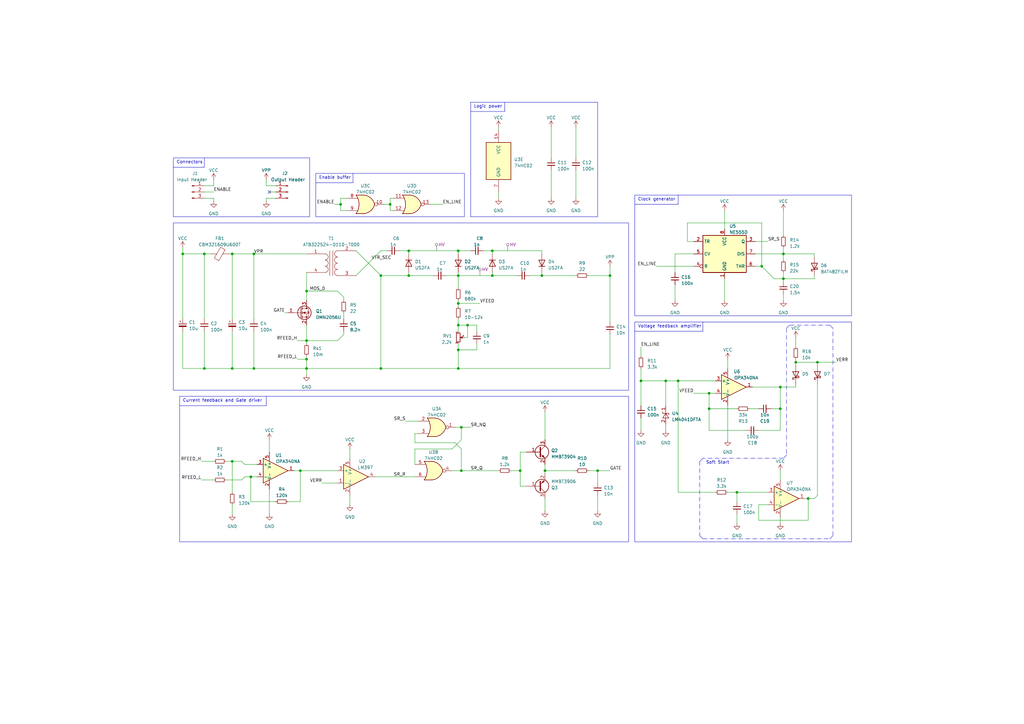
<source format=kicad_sch>
(kicad_sch (version 20230121) (generator eeschema)
  (paper "A3")
  (title_block (title "170V Boost converter and controller") (rev "V1") (company "Alessandro Mauri"))
  (lib_symbols
    (symbol "74xx:74HC02" (pin_names (offset 1.016))
      (property "Reference" "U" (at 0 1.27 0))
      (property "Value" "74HC02" (at 0 -1.27 0))
      (symbol "74HC02_1_1"
        (pin output inverted (at 7.62 0 180) (length 3.81) (name "~") (number "1"))
        (pin input line (at -7.62 2.54 0) (length 4.318) (name "~") (number "2"))
        (pin input line (at -7.62 -2.54 0) (length 4.318) (name "~") (number "3"))
      )
      (symbol "74HC02_1_2"
        (pin output line (at 7.62 0 180) (length 3.81) (name "~") (number "1"))
        (pin input inverted (at -7.62 2.54 0) (length 3.81) (name "~") (number "2"))
        (pin input inverted (at -7.62 -2.54 0) (length 3.81) (name "~") (number "3"))
      )
      (symbol "74HC02_2_1"
        (pin output inverted (at 7.62 0 180) (length 3.81) (name "~") (number "4"))
        (pin input line (at -7.62 2.54 0) (length 4.318) (name "~") (number "5"))
        (pin input line (at -7.62 -2.54 0) (length 4.318) (name "~") (number "6"))
      )
      (symbol "74HC02_2_2"
        (pin output line (at 7.62 0 180) (length 3.81) (name "~") (number "4"))
        (pin input inverted (at -7.62 2.54 0) (length 3.81) (name "~") (number "5"))
        (pin input inverted (at -7.62 -2.54 0) (length 3.81) (name "~") (number "6"))
      )
      (symbol "74HC02_3_1"
        (pin output inverted (at 7.62 0 180) (length 3.81) (name "~") (number "10"))
        (pin input line (at -7.62 2.54 0) (length 4.318) (name "~") (number "8"))
        (pin input line (at -7.62 -2.54 0) (length 4.318) (name "~") (number "9"))
      )
      (symbol "74HC02_3_2"
        (pin output line (at 7.62 0 180) (length 3.81) (name "~") (number "10"))
        (pin input inverted (at -7.62 2.54 0) (length 3.81) (name "~") (number "8"))
        (pin input inverted (at -7.62 -2.54 0) (length 3.81) (name "~") (number "9"))
      )
      (symbol "74HC02_4_1"
        (pin input line (at -7.62 2.54 0) (length 4.318) (name "~") (number "11"))
        (pin input line (at -7.62 -2.54 0) (length 4.318) (name "~") (number "12"))
        (pin output inverted (at 7.62 0 180) (length 3.81) (name "~") (number "13"))
      )
      (symbol "74HC02_4_2"
        (pin input inverted (at -7.62 2.54 0) (length 3.81) (name "~") (number "11"))
        (pin input inverted (at -7.62 -2.54 0) (length 3.81) (name "~") (number "12"))
        (pin output line (at 7.62 0 180) (length 3.81) (name "~") (number "13"))
      )
      (symbol "74HC02_5_0"
        (pin power_in line (at 0 12.7 270) (length 5.08) (name "VCC") (number "14"))
        (pin power_in line (at 0 -12.7 90) (length 5.08) (name "GND") (number "7"))
      )
    )
    (symbol "Amplifier_Operational:OPA340NA" (pin_names (offset 0.127))
      (property "Reference" "U" (at -1.27 6.35 0))
      (property "Value" "OPA340NA" (at -1.27 3.81 0))
      (symbol "OPA340NA_0_1"
        (pin power_in line (at -2.54 -7.62 90) (length 3.81) (name "V-") (number "2"))
        (pin power_in line (at -2.54 7.62 270) (length 3.81) (name "V+") (number "5"))
      )
      (symbol "OPA340NA_1_1"
        (pin output line (at 7.62 0 180) (length 2.54) (name "~") (number "1"))
        (pin input line (at -7.62 2.54 0) (length 2.54) (name "+") (number "3"))
        (pin input line (at -7.62 -2.54 0) (length 2.54) (name "-") (number "4"))
      )
    )
    (symbol "Comparator:LM397" (pin_names (offset 0.127))
      (property "Reference" "U" (at 1.27 5.08 0))
      (property "Value" "LM397" (at 3.81 -5.08 0))
      (symbol "LM397_1_1"
        (pin input line (at -7.62 -2.54 0) (length 2.54) (name "-") (number "1"))
        (pin power_in line (at -2.54 -7.62 90) (length 3.81) (name "V-") (number "2"))
        (pin input line (at -7.62 2.54 0) (length 2.54) (name "+") (number "3"))
        (pin open_collector line (at 7.62 0 180) (length 2.54) (name "~") (number "4"))
        (pin power_in line (at -2.54 7.62 270) (length 3.81) (name "V+") (number "5"))
      )
    )
    (symbol "Connector:Conn_01x03_Pin" (pin_names (offset 1.016) hide)
      (property "Reference" "J" (at 0 5.08 0))
      (property "Value" "Conn_01x03_Pin" (at 0 -5.08 0))
      (symbol "Conn_01x03_Pin_1_1"
        (pin passive line (at 5.08 2.54 180) (length 3.81) (name "Pin_1") (number "1"))
        (pin passive line (at 5.08 0 180) (length 3.81) (name "Pin_2") (number "2"))
        (pin passive line (at 5.08 -2.54 180) (length 3.81) (name "Pin_3") (number "3"))
      )
    )
    (symbol "Device:C_Polarized_Small" (pin_numbers hide) (pin_names (offset 0.254) hide)
      (property "Reference" "C" (at 0.254 1.778 0))
      (property "Value" "C_Polarized_Small" (at 0.254 -2.032 0))
      (symbol "C_Polarized_Small_1_1"
        (pin passive line (at 0 2.54 270) (length 1.8542) (name "~") (number "1"))
        (pin passive line (at 0 -2.54 90) (length 1.8542) (name "~") (number "2"))
      )
    )
    (symbol "Device:C_Small" (pin_numbers hide) (pin_names (offset 0.254) hide)
      (property "Reference" "C" (at 0.254 1.778 0))
      (property "Value" "C_Small" (at 0.254 -2.032 0))
      (symbol "C_Small_1_1"
        (pin passive line (at 0 2.54 270) (length 2.032) (name "~") (number "1"))
        (pin passive line (at 0 -2.54 90) (length 2.032) (name "~") (number "2"))
      )
    )
    (symbol "Device:FerriteBead" (pin_numbers hide) (pin_names (offset 0))
      (property "Reference" "FB" (at -3.81 0.635 90))
      (property "Value" "FerriteBead" (at 3.81 0 90))
      (symbol "FerriteBead_1_1"
        (pin passive line (at 0 3.81 270) (length 2.54) (name "~") (number "1"))
        (pin passive line (at 0 -3.81 90) (length 2.54) (name "~") (number "2"))
      )
    )
    (symbol "Device:R_Potentiometer_Small" (pin_names (offset 1.016) hide)
      (property "Reference" "RV" (at -4.445 0 90))
      (property "Value" "R_Potentiometer_Small" (at -2.54 0 90))
      (symbol "R_Potentiometer_Small_1_1"
        (pin passive line (at 0 2.54 270) (length 0.635) (name "1") (number "1"))
        (pin passive line (at 2.54 0 180) (length 0.9906) (name "2") (number "2"))
        (pin passive line (at 0 -2.54 90) (length 0.635) (name "3") (number "3"))
      )
    )
    (symbol "Device:R_Small" (pin_numbers hide) (pin_names (offset 0.254) hide)
      (property "Reference" "R" (at 0.762 0.508 0))
      (property "Value" "R_Small" (at 0.762 -1.016 0))
      (symbol "R_Small_1_1"
        (pin passive line (at 0 2.54 270) (length 0.762) (name "~") (number "1"))
        (pin passive line (at 0 -2.54 90) (length 0.762) (name "~") (number "2"))
      )
    )
    (symbol "Diode:BAT48ZFILM" (pin_numbers hide) (pin_names (offset 1.016) hide)
      (property "Reference" "D" (at 0 2.54 0))
      (property "Value" "BAT48ZFILM" (at 0 -2.54 0))
      (symbol "BAT48ZFILM_1_1"
        (pin passive line (at -3.81 0 0) (length 2.54) (name "K") (number "1"))
        (pin passive line (at 3.81 0 180) (length 2.54) (name "A") (number "2"))
      )
    )
    (symbol "Diode:US2FA" (pin_numbers hide) (pin_names hide)
      (property "Reference" "D" (at 0 2.54 0))
      (property "Value" "US2FA" (at 0 -2.54 0))
      (symbol "US2FA_1_1"
        (pin passive line (at -3.81 0 0) (length 2.54) (name "K") (number "1"))
        (pin passive line (at 3.81 0 180) (length 2.54) (name "A") (number "2"))
      )
    )
    (symbol "Timer:NE555D"
      (property "Reference" "U" (at -10.16 8.89 0))
      (property "Value" "NE555D" (at 2.54 8.89 0))
      (symbol "NE555D_0_0"
        (pin power_in line (at 0 -10.16 90) (length 2.54) (name "GND") (number "1"))
        (pin power_in line (at 0 10.16 270) (length 2.54) (name "VCC") (number "8"))
      )
      (symbol "NE555D_1_1"
        (pin input line (at -12.7 5.08 0) (length 3.81) (name "TR") (number "2"))
        (pin output line (at 12.7 5.08 180) (length 3.81) (name "Q") (number "3"))
        (pin input inverted (at -12.7 -5.08 0) (length 3.81) (name "R") (number "4"))
        (pin input line (at -12.7 0 0) (length 3.81) (name "CV") (number "5"))
        (pin input line (at 12.7 -5.08 180) (length 3.81) (name "THR") (number "6"))
        (pin input line (at 12.7 0 180) (length 3.81) (name "DIS") (number "7"))
      )
    )
    (symbol "Transistor_BJT:MMBT3904" (pin_names (offset 0) hide)
      (property "Reference" "Q" (at 5.08 1.905 0))
      (property "Value" "MMBT3904" (at 5.08 0 0))
      (symbol "MMBT3904_1_1"
        (pin input line (at -5.08 0 0) (length 5.715) (name "B") (number "1"))
        (pin passive line (at 2.54 -5.08 90) (length 2.54) (name "E") (number "2"))
        (pin passive line (at 2.54 5.08 270) (length 2.54) (name "C") (number "3"))
      )
    )
    (symbol "Transistor_BJT:MMBT3906" (pin_names (offset 0) hide)
      (property "Reference" "Q" (at 5.08 1.905 0))
      (property "Value" "MMBT3906" (at 5.08 0 0))
      (symbol "MMBT3906_1_1"
        (pin input line (at -5.08 0 0) (length 5.715) (name "B") (number "1"))
        (pin passive line (at 2.54 -5.08 90) (length 2.54) (name "E") (number "2"))
        (pin passive line (at 2.54 5.08 270) (length 2.54) (name "C") (number "3"))
      )
    )
    (symbol "Transistor_FET:DMN2056U" (pin_names hide)
      (property "Reference" "Q" (at 5.08 1.905 0))
      (property "Value" "DMN2056U" (at 5.08 0 0))
      (symbol "DMN2056U_1_1"
        (pin input line (at -5.08 0 0) (length 2.54) (name "G") (number "1"))
        (pin passive line (at 2.54 -5.08 90) (length 2.54) (name "S") (number "2"))
        (pin passive line (at 2.54 5.08 270) (length 2.54) (name "D") (number "3"))
      )
    )
    (symbol "lcsc_misc:ATB322524-0110-T000"
      (property "Reference" "T" (at 0 3.81 0))
      (property "Value" "ATB322524-0110-T000" (at 1.27 1.27 0))
      (symbol "ATB322524-0110-T000_1_1"
        (pin passive line (at -10.16 -3.81 0) (length 7.62) (name "") (number "1"))
        (pin passive line (at 10.16 -2.54 180) (length 7.62) (name "") (number "2"))
        (pin passive line (at 10.16 -12.7 180) (length 7.62) (name "") (number "3"))
        (pin passive line (at -10.16 -11.43 0) (length 7.62) (name "") (number "4"))
      )
    )
    (symbol "lcsc_misc:LM4041DFTA"
      (property "Reference" "U" (at 0 2.54 0))
      (property "Value" "LM4041DFTA" (at 0 0 0))
      (symbol "LM4041DFTA_1_1"
        (pin passive line (at 5.08 -3.81 180) (length 2.54) (name "") (number "1"))
        (pin passive line (at -2.54 -3.81 0) (length 2.54) (name "") (number "2"))
      )
    )
    (symbol "power:GND" (power) (pin_names (offset 0))
      (property "Value" "GND" (at 0 -3.81 0))
      (symbol "GND_1_1"
        (pin power_in line (at 0 0 270) (length 0) hide (name "GND") (number "1"))
      )
    )
    (symbol "power:VCC" (power) (pin_names (offset 0))
      (property "Value" "VCC" (at 0 3.81 0))
      (symbol "VCC_1_1"
        (pin power_in line (at 0 0 90) (length 0) hide (name "VCC") (number "1"))
      )
    )
    (symbol "power:VPP" (power) (pin_names (offset 0))
      (property "Value" "VPP" (at 0 3.81 0))
      (symbol "VPP_1_1"
        (pin power_in line (at 0 0 90) (length 0) hide (name "VPP") (number "1"))
      )
    )
  )
  (junction (at 335.28 148.59))
  (junction (at 222.25 113.03))
  (junction (at 321.31 114.3))
  (junction (at 187.96 124.46))
  (junction (at 83.82 151.13))
  (junction (at 104.14 151.13))
  (junction (at 187.96 143.51))
  (junction (at 290.83 167.64))
  (junction (at 201.93 113.03))
  (junction (at 102.87 195.58))
  (junction (at 187.96 151.13))
  (junction (at 331.47 204.47))
  (junction (at 123.19 193.04))
  (junction (at 156.21 151.13))
  (junction (at 95.25 189.23))
  (junction (at 245.11 193.04))
  (junction (at 191.77 133.35))
  (junction (at 250.19 113.03))
  (junction (at 320.04 158.75))
  (junction (at 167.64 102.87))
  (junction (at 213.36 193.04))
  (junction (at 167.64 113.03))
  (junction (at 104.14 104.14))
  (junction (at 187.96 102.87))
  (junction (at 125.73 151.13))
  (junction (at 95.25 104.14))
  (junction (at 156.21 113.03))
  (junction (at 83.82 104.14))
  (junction (at 160.02 83.82))
  (junction (at 187.96 113.03))
  (junction (at 320.04 167.64))
  (junction (at 189.23 175.26))
  (junction (at 273.05 156.21))
  (junction (at 189.23 193.04))
  (junction (at 201.93 102.87))
  (junction (at 326.39 148.59))
  (junction (at 125.73 147.32))
  (junction (at 321.31 104.14))
  (junction (at 139.7 83.82))
  (junction (at 223.52 193.04))
  (junction (at 74.93 104.14))
  (junction (at 95.25 151.13))
  (junction (at 302.26 201.93))
  (junction (at 262.89 156.21))
  (junction (at 290.83 161.29))
  (junction (at 187.96 133.35))
  (junction (at 278.13 156.21))
  (junction (at 125.73 119.38))
  (junction (at 125.73 139.7))
  (junction (at 312.42 109.22))
  (no_connect (at 110.49 78.74))
  (wire (pts (xy 189.23 184.15) (xy 189.23 193.04)))
  (wire (pts (xy 92.71 189.23) (xy 95.25 189.23)))
  (wire (pts (xy 139.7 83.82) (xy 139.7 86.36)))
  (wire (pts (xy 74.93 104.14) (xy 74.93 130.81)))
  (wire (pts (xy 309.88 109.22) (xy 312.42 109.22)))
  (wire (pts (xy 140.97 137.16) (xy 138.43 139.7)))
  (wire (pts (xy 273.05 156.21) (xy 273.05 166.37)))
  (wire (pts (xy 191.77 133.35) (xy 191.77 138.43)))
  (wire (pts (xy 187.96 102.87) (xy 187.96 104.14)))
  (polyline (pts (xy 287.02 219.71) (xy 288.29 220.98)) (stroke (width 0) (type dash_dot)))
  (wire (pts (xy 170.18 184.15) (xy 185.42 184.15)))
  (wire (pts (xy 132.08 198.12) (xy 138.43 198.12)))
  (wire (pts (xy 92.71 196.85) (xy 99.06 196.85)))
  (wire (pts (xy 326.39 147.32) (xy 326.39 148.59)))
  (wire (pts (xy 290.83 176.53) (xy 306.07 176.53)))
  (wire (pts (xy 125.73 146.05) (xy 125.73 147.32)))
  (polyline (pts (xy 340.36 220.98) (xy 341.63 219.71)) (stroke (width 0) (type dash_dot)))
  (wire (pts (xy 241.3 113.03) (xy 250.19 113.03)))
  (wire (pts (xy 156.21 113.03) (xy 167.64 113.03)))
  (wire (pts (xy 93.98 104.14) (xy 95.25 104.14)))
  (wire (pts (xy 185.42 193.04) (xy 189.23 193.04)))
  (wire (pts (xy 298.45 166.37) (xy 298.45 180.34)))
  (wire (pts (xy 167.64 113.03) (xy 177.8 113.03)))
  (wire (pts (xy 187.96 143.51) (xy 195.58 143.51)))
  (wire (pts (xy 110.49 78.74) (xy 113.03 78.74)))
  (wire (pts (xy 187.96 140.97) (xy 187.96 143.51)))
  (wire (pts (xy 125.73 119.38) (xy 125.73 123.19)))
  (wire (pts (xy 125.73 151.13) (xy 125.73 153.67)))
  (wire (pts (xy 140.97 121.92) (xy 138.43 119.38)))
  (wire (pts (xy 157.48 83.82) (xy 160.02 83.82)))
  (wire (pts (xy 95.25 207.01) (xy 95.25 210.82)))
  (wire (pts (xy 331.47 204.47) (xy 334.01 204.47)))
  (wire (pts (xy 187.96 124.46) (xy 187.96 125.73)))
  (polyline (pts (xy 323.85 133.35) (xy 322.58 134.62)) (stroke (width 0) (type dash_dot)))
  (wire (pts (xy 189.23 175.26) (xy 189.23 180.34)))
  (wire (pts (xy 146.05 102.87) (xy 156.21 113.03)))
  (polyline (pts (xy 322.58 134.62) (xy 322.58 186.69)) (stroke (width 0) (type dash_dot)))
  (polyline (pts (xy 341.63 219.71) (xy 341.63 134.62)) (stroke (width 0) (type dash_dot)))
  (polyline (pts (xy 73.66 166.37) (xy 109.22 166.37)))
  (wire (pts (xy 95.25 189.23) (xy 95.25 201.93)))
  (wire (pts (xy 123.19 193.04) (xy 138.43 193.04)))
  (wire (pts (xy 186.69 175.26) (xy 189.23 175.26)))
  (wire (pts (xy 187.96 113.03) (xy 201.93 113.03)))
  (wire (pts (xy 156.21 151.13) (xy 187.96 151.13)))
  (wire (pts (xy 109.22 81.28) (xy 113.03 81.28)))
  (wire (pts (xy 190.5 138.43) (xy 191.77 138.43)))
  (wire (pts (xy 83.82 104.14) (xy 86.36 104.14)))
  (wire (pts (xy 125.73 139.7) (xy 138.43 139.7)))
  (wire (pts (xy 320.04 158.75) (xy 326.39 158.75)))
  (wire (pts (xy 95.25 104.14) (xy 95.25 130.81)))
  (wire (pts (xy 102.87 195.58) (xy 102.87 205.74)))
  (wire (pts (xy 298.45 147.32) (xy 298.45 151.13)))
  (wire (pts (xy 102.87 205.74) (xy 113.03 205.74)))
  (wire (pts (xy 83.82 151.13) (xy 95.25 151.13)))
  (wire (pts (xy 104.14 104.14) (xy 104.14 130.81)))
  (wire (pts (xy 74.93 101.6) (xy 74.93 104.14)))
  (wire (pts (xy 74.93 135.89) (xy 74.93 151.13)))
  (wire (pts (xy 95.25 151.13) (xy 104.14 151.13)))
  (wire (pts (xy 87.63 81.28) (xy 87.63 82.55)))
  (wire (pts (xy 95.25 104.14) (xy 104.14 104.14)))
  (wire (pts (xy 167.64 102.87) (xy 187.96 102.87)))
  (wire (pts (xy 187.96 133.35) (xy 187.96 135.89)))
  (wire (pts (xy 217.17 113.03) (xy 222.25 113.03)))
  (wire (pts (xy 302.26 201.93) (xy 302.26 205.74)))
  (wire (pts (xy 321.31 114.3) (xy 334.01 114.3)))
  (wire (pts (xy 125.73 111.76) (xy 125.73 119.38)))
  (polyline (pts (xy 71.12 68.58) (xy 83.82 68.58)))
  (wire (pts (xy 326.39 158.75) (xy 326.39 157.48)))
  (wire (pts (xy 236.22 69.85) (xy 236.22 81.28)))
  (wire (pts (xy 143.51 203.2) (xy 143.51 207.01)))
  (wire (pts (xy 195.58 133.35) (xy 195.58 135.89)))
  (wire (pts (xy 320.04 158.75) (xy 320.04 167.64)))
  (wire (pts (xy 278.13 156.21) (xy 278.13 201.93)))
  (wire (pts (xy 284.48 161.29) (xy 290.83 161.29)))
  (wire (pts (xy 281.94 91.44) (xy 281.94 99.06)))
  (wire (pts (xy 116.84 128.27) (xy 118.11 128.27)))
  (wire (pts (xy 160.02 81.28) (xy 160.02 83.82)))
  (polyline (pts (xy 322.58 186.69) (xy 321.31 187.96)) (stroke (width 0) (type dash_dot)))
  (wire (pts (xy 262.89 156.21) (xy 262.89 166.37)))
  (wire (pts (xy 99.06 196.85) (xy 100.33 195.58)))
  (polyline (pts (xy 144.78 71.12) (xy 144.78 74.93)))
  (wire (pts (xy 167.64 102.87) (xy 167.64 104.14)))
  (wire (pts (xy 226.06 52.07) (xy 226.06 64.77)))
  (wire (pts (xy 309.88 104.14) (xy 321.31 104.14)))
  (polyline (pts (xy 109.22 162.56) (xy 109.22 166.37)))
  (wire (pts (xy 121.92 139.7) (xy 125.73 139.7)))
  (wire (pts (xy 204.47 52.07) (xy 204.47 53.34)))
  (wire (pts (xy 120.65 193.04) (xy 123.19 193.04)))
  (wire (pts (xy 317.5 114.3) (xy 321.31 114.3)))
  (wire (pts (xy 278.13 156.21) (xy 293.37 156.21)))
  (wire (pts (xy 187.96 130.81) (xy 187.96 133.35)))
  (wire (pts (xy 222.25 111.76) (xy 222.25 113.03)))
  (wire (pts (xy 262.89 142.24) (xy 262.89 146.05)))
  (wire (pts (xy 139.7 81.28) (xy 139.7 83.82)))
  (wire (pts (xy 187.96 102.87) (xy 193.04 102.87)))
  (wire (pts (xy 278.13 201.93) (xy 293.37 201.93)))
  (polyline (pts (xy 83.82 64.77) (xy 83.82 68.58)))
  (wire (pts (xy 125.73 119.38) (xy 138.43 119.38)))
  (wire (pts (xy 321.31 101.6) (xy 321.31 104.14)))
  (polyline (pts (xy 260.35 83.82) (xy 278.13 83.82)))
  (wire (pts (xy 82.55 189.23) (xy 87.63 189.23)))
  (wire (pts (xy 121.92 147.32) (xy 125.73 147.32)))
  (wire (pts (xy 95.25 135.89) (xy 95.25 151.13)))
  (wire (pts (xy 222.25 102.87) (xy 222.25 104.14)))
  (wire (pts (xy 82.55 196.85) (xy 87.63 196.85)))
  (wire (pts (xy 321.31 104.14) (xy 321.31 106.68)))
  (wire (pts (xy 223.52 190.5) (xy 223.52 193.04)))
  (wire (pts (xy 201.93 111.76) (xy 201.93 113.03)))
  (wire (pts (xy 311.15 207.01) (xy 311.15 213.36)))
  (wire (pts (xy 201.93 113.03) (xy 212.09 113.03)))
  (wire (pts (xy 213.36 185.42) (xy 215.9 185.42)))
  (wire (pts (xy 143.51 184.15) (xy 143.51 187.96)))
  (wire (pts (xy 161.29 81.28) (xy 160.02 81.28)))
  (wire (pts (xy 320.04 176.53) (xy 320.04 167.64)))
  (wire (pts (xy 321.31 86.36) (xy 321.31 96.52)))
  (wire (pts (xy 312.42 109.22) (xy 317.5 114.3)))
  (polyline (pts (xy 341.63 134.62) (xy 340.36 133.35)) (stroke (width 0) (type dash_dot)))
  (wire (pts (xy 187.96 151.13) (xy 250.19 151.13)))
  (wire (pts (xy 74.93 151.13) (xy 83.82 151.13)))
  (wire (pts (xy 297.18 86.36) (xy 297.18 93.98)))
  (wire (pts (xy 198.12 102.87) (xy 201.93 102.87)))
  (wire (pts (xy 160.02 86.36) (xy 161.29 86.36)))
  (wire (pts (xy 330.2 204.47) (xy 331.47 204.47)))
  (wire (pts (xy 334.01 104.14) (xy 334.01 105.41)))
  (wire (pts (xy 182.88 113.03) (xy 187.96 113.03)))
  (wire (pts (xy 326.39 138.43) (xy 326.39 142.24)))
  (wire (pts (xy 100.33 190.5) (xy 105.41 190.5)))
  (wire (pts (xy 87.63 73.66) (xy 87.63 76.2)))
  (wire (pts (xy 326.39 148.59) (xy 326.39 149.86)))
  (wire (pts (xy 110.49 200.66) (xy 110.49 210.82)))
  (wire (pts (xy 320.04 212.09) (xy 320.04 214.63)))
  (wire (pts (xy 187.96 111.76) (xy 187.96 113.03)))
  (wire (pts (xy 262.89 151.13) (xy 262.89 156.21)))
  (wire (pts (xy 311.15 213.36) (xy 331.47 213.36)))
  (wire (pts (xy 74.93 104.14) (xy 83.82 104.14)))
  (wire (pts (xy 222.25 113.03) (xy 236.22 113.03)))
  (wire (pts (xy 187.96 143.51) (xy 187.96 151.13)))
  (wire (pts (xy 204.47 78.74) (xy 204.47 81.28)))
  (wire (pts (xy 290.83 167.64) (xy 302.26 167.64)))
  (wire (pts (xy 125.73 151.13) (xy 156.21 151.13)))
  (wire (pts (xy 176.53 83.82) (xy 181.61 83.82)))
  (wire (pts (xy 276.86 104.14) (xy 284.48 104.14)))
  (wire (pts (xy 223.52 193.04) (xy 236.22 193.04)))
  (wire (pts (xy 104.14 135.89) (xy 104.14 151.13)))
  (wire (pts (xy 209.55 193.04) (xy 213.36 193.04)))
  (wire (pts (xy 302.26 210.82) (xy 302.26 214.63)))
  (wire (pts (xy 250.19 113.03) (xy 250.19 132.08)))
  (wire (pts (xy 308.61 158.75) (xy 320.04 158.75)))
  (wire (pts (xy 109.22 81.28) (xy 109.22 82.55)))
  (wire (pts (xy 269.24 109.22) (xy 284.48 109.22)))
  (wire (pts (xy 326.39 148.59) (xy 335.28 148.59)))
  (wire (pts (xy 109.22 73.66) (xy 109.22 76.2)))
  (wire (pts (xy 302.26 201.93) (xy 314.96 201.93)))
  (wire (pts (xy 321.31 120.65) (xy 321.31 123.19)))
  (wire (pts (xy 298.45 201.93) (xy 302.26 201.93)))
  (wire (pts (xy 125.73 133.35) (xy 125.73 139.7)))
  (wire (pts (xy 311.15 176.53) (xy 320.04 176.53)))
  (wire (pts (xy 297.18 114.3) (xy 297.18 123.19)))
  (wire (pts (xy 118.11 205.74) (xy 123.19 205.74)))
  (wire (pts (xy 187.96 113.03) (xy 187.96 118.11)))
  (wire (pts (xy 320.04 193.04) (xy 320.04 196.85)))
  (wire (pts (xy 223.52 168.91) (xy 223.52 180.34)))
  (wire (pts (xy 83.82 104.14) (xy 83.82 130.81)))
  (wire (pts (xy 170.18 184.15) (xy 170.18 190.5)))
  (wire (pts (xy 335.28 203.2) (xy 334.01 204.47)))
  (wire (pts (xy 276.86 116.84) (xy 276.86 123.19)))
  (wire (pts (xy 167.64 111.76) (xy 167.64 113.03)))
  (wire (pts (xy 335.28 157.48) (xy 335.28 203.2)))
  (wire (pts (xy 316.23 167.64) (xy 320.04 167.64)))
  (wire (pts (xy 262.89 171.45) (xy 262.89 176.53)))
  (wire (pts (xy 140.97 121.92) (xy 140.97 123.19)))
  (polyline (pts (xy 287.02 189.23) (xy 287.02 219.71)) (stroke (width 0) (type dash_dot)))
  (wire (pts (xy 290.83 161.29) (xy 293.37 161.29)))
  (wire (pts (xy 189.23 180.34) (xy 185.42 184.15)))
  (polyline (pts (xy 193.04 45.72) (xy 207.01 45.72)))
  (wire (pts (xy 125.73 139.7) (xy 125.73 140.97)))
  (wire (pts (xy 95.25 189.23) (xy 99.06 189.23)))
  (wire (pts (xy 290.83 176.53) (xy 290.83 167.64)))
  (wire (pts (xy 312.42 91.44) (xy 312.42 109.22)))
  (wire (pts (xy 321.31 104.14) (xy 334.01 104.14)))
  (wire (pts (xy 83.82 78.74) (xy 87.63 78.74)))
  (wire (pts (xy 170.18 177.8) (xy 170.18 181.61)))
  (wire (pts (xy 146.05 113.03) (xy 156.21 102.87)))
  (polyline (pts (xy 288.29 187.96) (xy 287.02 189.23)) (stroke (width 0) (type dash_dot)))
  (wire (pts (xy 273.05 173.99) (xy 273.05 176.53)))
  (wire (pts (xy 187.96 124.46) (xy 196.85 124.46)))
  (wire (pts (xy 321.31 114.3) (xy 321.31 115.57)))
  (wire (pts (xy 223.52 193.04) (xy 223.52 194.31)))
  (wire (pts (xy 335.28 148.59) (xy 342.9 148.59)))
  (wire (pts (xy 83.82 76.2) (xy 87.63 76.2)))
  (wire (pts (xy 104.14 151.13) (xy 125.73 151.13)))
  (wire (pts (xy 123.19 193.04) (xy 123.19 205.74)))
  (wire (pts (xy 213.36 199.39) (xy 215.9 199.39)))
  (wire (pts (xy 189.23 175.26) (xy 193.04 175.26)))
  (wire (pts (xy 223.52 204.47) (xy 223.52 209.55)))
  (wire (pts (xy 100.33 195.58) (xy 102.87 195.58)))
  (wire (pts (xy 245.11 203.2) (xy 245.11 209.55)))
  (wire (pts (xy 166.37 172.72) (xy 171.45 172.72)))
  (wire (pts (xy 137.16 83.82) (xy 139.7 83.82)))
  (polyline (pts (xy 260.35 135.89) (xy 288.29 135.89)))
  (wire (pts (xy 187.96 123.19) (xy 187.96 124.46)))
  (wire (pts (xy 276.86 104.14) (xy 276.86 111.76)))
  (wire (pts (xy 201.93 102.87) (xy 201.93 104.14)))
  (wire (pts (xy 335.28 148.59) (xy 335.28 149.86)))
  (polyline (pts (xy 288.29 220.98) (xy 340.36 220.98)) (stroke (width 0) (type dash_dot)))
  (wire (pts (xy 262.89 156.21) (xy 273.05 156.21)))
  (wire (pts (xy 87.63 81.28) (xy 83.82 81.28)))
  (wire (pts (xy 102.87 195.58) (xy 105.41 195.58)))
  (polyline (pts (xy 207.01 41.91) (xy 207.01 45.72)))
  (wire (pts (xy 241.3 193.04) (xy 245.11 193.04)))
  (polyline (pts (xy 321.31 187.96) (xy 288.29 187.96)) (stroke (width 0) (type dash_dot)))
  (wire (pts (xy 307.34 167.64) (xy 311.15 167.64)))
  (wire (pts (xy 139.7 86.36) (xy 142.24 86.36)))
  (wire (pts (xy 125.73 147.32) (xy 125.73 151.13)))
  (wire (pts (xy 140.97 128.27) (xy 140.97 130.81)))
  (wire (pts (xy 110.49 180.34) (xy 110.49 185.42)))
  (wire (pts (xy 213.36 185.42) (xy 213.36 193.04)))
  (wire (pts (xy 311.15 207.01) (xy 314.96 207.01)))
  (wire (pts (xy 213.36 193.04) (xy 213.36 199.39)))
  (wire (pts (xy 321.31 111.76) (xy 321.31 114.3)))
  (polyline (pts (xy 340.36 133.35) (xy 323.85 133.35)) (stroke (width 0) (type dash_dot)))
  (wire (pts (xy 245.11 193.04) (xy 250.19 193.04)))
  (wire (pts (xy 163.83 102.87) (xy 167.64 102.87)))
  (wire (pts (xy 156.21 113.03) (xy 156.21 151.13)))
  (wire (pts (xy 273.05 156.21) (xy 278.13 156.21)))
  (wire (pts (xy 195.58 140.97) (xy 195.58 143.51)))
  (polyline (pts (xy 278.13 80.01) (xy 278.13 83.82)))
  (wire (pts (xy 250.19 109.22) (xy 250.19 113.03)))
  (wire (pts (xy 245.11 193.04) (xy 245.11 198.12)))
  (polyline (pts (xy 288.29 132.08) (xy 288.29 135.89)))
  (wire (pts (xy 187.96 133.35) (xy 191.77 133.35)))
  (wire (pts (xy 140.97 135.89) (xy 140.97 137.16)))
  (wire (pts (xy 99.06 189.23) (xy 100.33 190.5)))
  (wire (pts (xy 191.77 133.35) (xy 195.58 133.35)))
  (wire (pts (xy 281.94 91.44) (xy 312.42 91.44)))
  (wire (pts (xy 170.18 177.8) (xy 171.45 177.8)))
  (polyline (pts (xy 129.54 74.93) (xy 144.78 74.93)))
  (wire (pts (xy 156.21 102.87) (xy 158.75 102.87)))
  (wire (pts (xy 201.93 102.87) (xy 222.25 102.87)))
  (wire (pts (xy 170.18 181.61) (xy 186.69 181.61)))
  (wire (pts (xy 309.88 99.06) (xy 314.96 99.06)))
  (wire (pts (xy 290.83 167.64) (xy 290.83 161.29)))
  (wire (pts (xy 189.23 193.04) (xy 204.47 193.04)))
  (wire (pts (xy 153.67 195.58) (xy 170.18 195.58)))
  (wire (pts (xy 236.22 52.07) (xy 236.22 64.77)))
  (wire (pts (xy 142.24 81.28) (xy 139.7 81.28)))
  (wire (pts (xy 334.01 113.03) (xy 334.01 114.3)))
  (wire (pts (xy 160.02 83.82) (xy 160.02 86.36)))
  (wire (pts (xy 250.19 137.16) (xy 250.19 151.13)))
  (wire (pts (xy 109.22 76.2) (xy 113.03 76.2)))
  (wire (pts (xy 281.94 99.06) (xy 284.48 99.06)))
  (wire (pts (xy 186.69 181.61) (xy 189.23 184.15)))
  (wire (pts (xy 331.47 204.47) (xy 331.47 213.36)))
  (wire (pts (xy 83.82 135.89) (xy 83.82 151.13)))
  (wire (pts (xy 226.06 69.85) (xy 226.06 81.28)))
  (wire (pts (xy 104.14 104.14) (xy 125.73 104.14)))
  (rectangle (start 71.12 64.77) (end 127 88.9))
  (rectangle (start 193.04 41.91) (end 245.11 88.9))
  (rectangle (start 129.54 71.12) (end 190.5 88.9))
  (rectangle (start 260.35 132.08) (end 349.25 222.25))
  (rectangle (start 260.35 80.01) (end 349.25 129.54))
  (rectangle (start 73.66 162.56) (end 257.81 222.25))
  (rectangle (start 71.12 91.44) (end 257.81 160.02))
  (text "Voltage feedback amplifier" (at 261.62 134.62 0) (effects (font (size 1.27 1.27)) (justify left bottom)))
  (text "Logic power\n" (at 194.31 44.45 0) (effects (font (size 1.27 1.27)) (justify left bottom)))
  (text "Connectors\n" (at 72.39 67.31 0) (effects (font (size 1.27 1.27)) (justify left bottom)))
  (text "Current feedback and Gate driver\n" (at 74.93 165.1 0) (effects (font (size 1.27 1.27)) (justify left bottom)))
  (text "Clock generator" (at 261.62 82.55 0) (effects (font (size 1.27 1.27)) (justify left bottom)))
  (text "Soft Start" (at 289.56 190.5 0) (effects (font (size 1.27 1.27)) (justify left bottom)))
  (text "Enable buffer" (at 130.81 73.66 0) (effects (font (size 1.27 1.27)) (justify left bottom)))
  (label "VERR" (at 132.08 198.12 180))
  (label "SR_S" (at 314.96 99.06 0))
  (label "RFEED_H" (at 121.92 139.7 180))
  (label "RFEED_H" (at 82.55 189.23 180))
  (label "VFEED" (at 284.48 161.29 180))
  (label "ENABLE" (at 137.16 83.82 180))
  (label "SR_R" (at 166.37 195.58 180))
  (label "VFEED" (at 196.85 124.46 0))
  (label "VPR" (at 104.14 104.14 0))
  (label "ENABLE" (at 87.63 78.74 0))
  (label "VERR" (at 342.9 148.59 0))
  (label "RFEED_L" (at 82.55 196.85 180))
  (label "EN_LINE" (at 262.89 142.24 0))
  (label "EN_LINE" (at 181.61 83.82 0))
  (label "GATE" (at 116.84 128.27 180))
  (label "MOS_D" (at 127 119.38 0))
  (label "SR_NQ" (at 193.04 175.26 0))
  (label "RFEED_L" (at 121.92 147.32 180))
  (label "VTR_SEC" (at 152.4 106.68 0))
  (label "SR_Q" (at 193.04 193.04 0))
  (label "SR_S" (at 166.37 172.72 180))
  (label "GATE" (at 250.19 193.04 0))
  (label "EN_LINE" (at 269.24 109.22 180))
  (netclass_flag "" (length 2.54) (shape round) (at 179.07 102.87 0) (property "Netclass" "HV" (at 179.7685 100.33 0) (effects (font italic) (justify left))))
  (netclass_flag "" (length 2.54) (shape round) (at 208.28 102.87 0) (property "Netclass" "HV" (at 208.9785 100.33 0) (effects (font italic) (justify left))))
  (netclass_flag "" (length 2.54) (shape round) (at 196.85 113.03 0) (property "Netclass" "HV" (at 197.5485 110.49 0) (effects (font italic) (justify left))))
  (symbol (lib_id "power:GND") (at 236.22 81.28 0) (unit 1)
    (property "Reference" "#PWR019" (effects hide))
    (property "Value" "GND" (at 236.22 86.36 0))
  )
  (symbol (lib_id "Device:C_Small") (at 104.14 133.35 0) (unit 1)
    (property "Reference" "C4" (at 106.68 132.7213 0) (effects (justify left)))
    (property "Value" "100n" (at 106.68 135.2613 0) (effects (justify left)))
    (property "Footprint" "Capacitor_SMD:C_0805_2012Metric_Pad1.18x1.45mm_HandSolder" (effects hide))
  )
  (symbol (lib_id "Device:C_Polarized_Small") (at 74.93 133.35 0) (unit 1)
    (property "Reference" "C1" (at 77.47 132.1689 0) (effects (justify left)))
    (property "Value" "10u" (at 77.47 134.7089 0) (effects (justify left)))
    (property "Footprint" "Capacitor_SMD:CP_Elec_4x5.4" (effects hide))
  )
  (symbol (lib_id "power:VCC") (at 87.63 73.66 0) (unit 1)
    (property "Reference" "#PWR02" (effects hide))
    (property "Value" "VCC" (at 87.63 69.85 0))
  )
  (symbol (lib_id "power:GND") (at 302.26 214.63 0) (unit 1)
    (property "Reference" "#PWR029" (effects hide))
    (property "Value" "GND" (at 302.26 219.71 0))
  )
  (symbol (lib_id "Device:R_Potentiometer_Small") (at 187.96 138.43 0) (unit 1)
    (property "Reference" "RV1" (at 185.42 137.795 0) (effects (justify right)))
    (property "Value" "2.2k" (at 185.42 140.335 0) (effects (justify right)))
    (property "Footprint" "lcsc_misc:VG039NCHXTB222" (effects hide))
  )
  (symbol (lib_id "Diode:US2FA") (at 167.64 107.95 270) (unit 1)
    (property "Reference" "D1" (at 170.18 107.315 90) (effects (justify left)))
    (property "Value" "US2FA" (at 170.18 109.855 90) (effects (justify left)))
    (property "Footprint" "Diode_SMD:D_SMA" (effects hide))
    (property "Datasheet" "https://www.onsemi.com/pub/Collateral/US2AA-D.PDF" (effects hide))
    (property "Sim.Device" "D" (effects hide))
    (property "Sim.Pins" "1=K 2=A" (effects hide))
  )
  (symbol (lib_id "power:GND") (at 109.22 82.55 0) (unit 1)
    (property "Reference" "#PWR06" (effects hide))
    (property "Value" "GND" (at 109.22 87.63 0))
  )
  (symbol (lib_id "74xx:74HC02") (at 149.86 83.82 0) (unit 3)
    (property "Reference" "U3" (at 149.86 76.2 0))
    (property "Value" "74HC02" (at 149.86 78.74 0))
    (property "Footprint" "Package_SO:SOIC-14_3.9x8.7mm_P1.27mm" (effects hide))
    (property "Datasheet" "http://www.ti.com/lit/gpn/sn74hc02" (effects hide))
  )
  (symbol (lib_id "lcsc_misc:LM4041DFTA") (at 269.24 171.45 90) (unit 1)
    (property "Reference" "U4" (at 275.59 169.545 90) (effects (justify right)))
    (property "Value" "LM4041DFTA" (at 275.59 172.085 90) (effects (justify right)))
    (property "Footprint" "Package_TO_SOT_SMD:SOT-23_Handsoldering" (effects hide))
    (property "Datasheet" "https://datasheet.lcsc.com/lcsc/1809081622_Diodes-Incorporated-LM4041DFTA_C151008.pdf" (effects hide))
  )
  (symbol (lib_id "Amplifier_Operational:OPA340NA") (at 113.03 193.04 0) (unit 1)
    (property "Reference" "U1" (at 114.3 186.69 0))
    (property "Value" "OPA340NA" (at 118.11 189.23 0))
    (property "Footprint" "Package_TO_SOT_SMD:SOT-23-5" (effects hide))
    (property "Datasheet" "http://www.ti.com/lit/ds/symlink/opa340.pdf" (effects hide))
  )
  (symbol (lib_id "Device:R_Small") (at 90.17 189.23 90) (mirror x) (unit 1)
    (property "Reference" "R1" (at 90.17 184.15 90))
    (property "Value" "1k" (at 90.17 186.69 90))
    (property "Footprint" "Resistor_SMD:R_0805_2012Metric_Pad1.20x1.40mm_HandSolder" (effects hide))
  )
  (symbol (lib_id "Device:R_Small") (at 262.89 148.59 0) (unit 1)
    (property "Reference" "R11" (at 265.43 147.955 0) (effects (justify left)))
    (property "Value" "3.3k" (at 265.43 150.495 0) (effects (justify left)))
    (property "Footprint" "Resistor_SMD:R_0805_2012Metric_Pad1.20x1.40mm_HandSolder" (effects hide))
  )
  (symbol (lib_id "power:GND") (at 125.73 153.67 0) (unit 1)
    (property "Reference" "#PWR09" (effects hide))
    (property "Value" "GND" (at 125.73 158.75 0))
  )
  (symbol (lib_id "Transistor_BJT:MMBT3906") (at 220.98 199.39 0) (mirror x) (unit 1)
    (property "Reference" "Q3" (at 226.06 200.025 0) (effects (justify left)))
    (property "Value" "MMBT3906" (at 226.06 197.485 0) (effects (justify left)))
    (property "Footprint" "Package_TO_SOT_SMD:SOT-23" (effects hide))
    (property "Datasheet" "https://www.onsemi.com/pub/Collateral/2N3906-D.PDF" (effects hide))
  )
  (symbol (lib_id "Device:FerriteBead") (at 90.17 104.14 90) (unit 1)
    (property "Reference" "FB1" (at 90.1192 97.79 90))
    (property "Value" "CBM321609U600T" (at 90.1192 100.33 90))
    (property "Footprint" "Resistor_SMD:R_1206_3216Metric_Pad1.30x1.75mm_HandSolder" (effects hide))
  )
  (symbol (lib_id "Transistor_FET:DMN2056U") (at 123.19 128.27 0) (unit 1)
    (property "Reference" "Q1" (at 129.54 127.635 0) (effects (justify left)))
    (property "Value" "DMN2056U" (at 129.54 130.175 0) (effects (justify left)))
    (property "Footprint" "Package_TO_SOT_SMD:SOT-23_Handsoldering" (effects hide))
    (property "Datasheet" "http://www.diodes.com/assets/Datasheets/DMN2056U.pdf" (effects hide))
  )
  (symbol (lib_id "Diode:BAT48ZFILM") (at 334.01 109.22 90) (unit 1)
    (property "Reference" "D6" (at 336.55 108.9025 90) (effects (justify right)))
    (property "Value" "BAT48ZFILM" (at 336.55 111.4425 90) (effects (justify right)))
    (property "Footprint" "Diode_SMD:D_SOD-123" (effects hide))
    (property "Datasheet" "www.st.com/resource/en/datasheet/bat48.pdf" (effects hide))
  )
  (symbol (lib_id "Device:R_Small") (at 125.73 143.51 0) (unit 1)
    (property "Reference" "Rs1" (at 128.27 142.875 0) (effects (justify left)))
    (property "Value" "10m" (at 128.27 145.415 0) (effects (justify left)))
    (property "Footprint" "Resistor_SMD:R_0805_2012Metric_Pad1.20x1.40mm_HandSolder" (effects hide))
  )
  (symbol (lib_id "Connector:Conn_01x03_Pin") (at 78.74 78.74 0) (unit 1)
    (property "Reference" "J1" (at 80.01 71.12 0))
    (property "Value" "Input Header" (at 78.74 73.66 0))
    (property "Footprint" "Connector_PinHeader_2.54mm:PinHeader_1x03_P2.54mm_Vertical" (effects hide))
  )
  (symbol (lib_id "Device:C_Small") (at 140.97 133.35 0) (unit 1)
    (property "Reference" "C5" (at 143.51 132.7213 0) (effects (justify left)))
    (property "Value" "8.2n" (at 143.51 135.2613 0) (effects (justify left)))
    (property "Footprint" "Capacitor_SMD:C_0805_2012Metric_Pad1.18x1.45mm_HandSolder" (effects hide))
  )
  (symbol (lib_id "power:GND") (at 262.89 176.53 0) (unit 1)
    (property "Reference" "#PWR022" (effects hide))
    (property "Value" "GND" (at 262.89 181.61 0))
  )
  (symbol (lib_id "power:VCC") (at 204.47 52.07 0) (unit 1)
    (property "Reference" "#PWR012" (effects hide))
    (property "Value" "VCC" (at 204.47 48.26 0))
  )
  (symbol (lib_id "Device:C_Small") (at 83.82 133.35 0) (unit 1)
    (property "Reference" "C2" (at 86.36 132.7213 0) (effects (justify left)))
    (property "Value" "100n" (at 86.36 135.2613 0) (effects (justify left)))
    (property "Footprint" "Capacitor_SMD:C_0805_2012Metric_Pad1.18x1.45mm_HandSolder" (effects hide))
  )
  (symbol (lib_id "power:VCC") (at 223.52 168.91 0) (unit 1)
    (property "Reference" "#PWR014" (effects hide))
    (property "Value" "VCC" (at 223.52 165.1 0))
  )
  (symbol (lib_id "power:GND") (at 87.63 82.55 0) (mirror y) (unit 1)
    (property "Reference" "#PWR03" (effects hide))
    (property "Value" "GND" (at 87.63 87.63 0))
  )
  (symbol (lib_id "power:VPP") (at 109.22 73.66 0) (unit 1)
    (property "Reference" "#PWR05" (effects hide))
    (property "Value" "VPP" (at 109.22 69.85 0))
  )
  (symbol (lib_id "Device:R_Small") (at 207.01 193.04 90) (unit 1)
    (property "Reference" "R8" (at 207.01 187.96 90))
    (property "Value" "1.2k" (at 207.01 190.5 90))
    (property "Footprint" "Resistor_SMD:R_0805_2012Metric_Pad1.20x1.40mm_HandSolder" (effects hide))
  )
  (symbol (lib_id "Timer:NE555D") (at 297.18 104.14 0) (unit 1)
    (property "Reference" "U5" (at 299.1359 92.71 0) (effects (justify left)))
    (property "Value" "NE555D" (at 299.1359 95.25 0) (effects (justify left)))
    (property "Footprint" "Package_SO:SOIC-8_3.9x4.9mm_P1.27mm" (effects hide))
    (property "Datasheet" "http://www.ti.com/lit/ds/symlink/ne555.pdf" (effects hide))
  )
  (symbol (lib_id "Device:C_Small") (at 226.06 67.31 0) (unit 1)
    (property "Reference" "C11" (at 228.6 66.6813 0) (effects (justify left)))
    (property "Value" "100n" (at 228.6 69.2213 0) (effects (justify left)))
    (property "Footprint" "Capacitor_SMD:C_0805_2012Metric_Pad1.18x1.45mm_HandSolder" (effects hide))
  )
  (symbol (lib_id "lcsc_misc:ATB322524-0110-T000") (at 135.89 100.33 0) (unit 1)
    (property "Reference" "T1" (at 135.89 97.79 0))
    (property "Value" "ATB322524-0110-T000" (at 135.89 100.33 0))
    (property "Footprint" "lcsc_misc:ATB322524-0110-T000" (effects hide))
    (property "Datasheet" "https://datasheet.lcsc.com/lcsc/1810201243_TDK-ATB322524-0110-T000_C249001.pdf" (effects hide))
  )
  (symbol (lib_id "Device:C_Small") (at 161.29 102.87 90) (unit 1)
    (property "Reference" "C6" (at 163.83 97.79 90) (effects (justify left)))
    (property "Value" "1n" (at 162.56 100.33 90) (effects (justify left)))
    (property "Footprint" "Capacitor_SMD:C_0805_2012Metric_Pad1.18x1.45mm_HandSolder" (effects hide))
  )
  (symbol (lib_id "Device:C_Small") (at 180.34 113.03 90) (unit 1)
    (property "Reference" "C7" (at 182.88 107.95 90) (effects (justify left)))
    (property "Value" "1n" (at 181.61 110.49 90) (effects (justify left)))
    (property "Footprint" "Capacitor_SMD:C_0805_2012Metric_Pad1.18x1.45mm_HandSolder" (effects hide))
  )
  (symbol (lib_id "Device:C_Small") (at 195.58 138.43 0) (unit 1)
    (property "Reference" "C9" (at 198.12 137.8013 0) (effects (justify left)))
    (property "Value" "1n" (at 198.12 140.3413 0) (effects (justify left)))
    (property "Footprint" "Capacitor_SMD:C_0805_2012Metric_Pad1.18x1.45mm_HandSolder" (effects hide))
  )
  (symbol (lib_id "Device:R_Small") (at 90.17 196.85 90) (unit 1)
    (property "Reference" "R2" (at 90.17 191.77 90))
    (property "Value" "1k" (at 90.17 194.31 90))
    (property "Footprint" "Resistor_SMD:R_0805_2012Metric_Pad1.20x1.40mm_HandSolder" (effects hide))
  )
  (symbol (lib_id "Device:R_Small") (at 321.31 99.06 0) (unit 1)
    (property "Reference" "R14" (at 323.85 98.425 0) (effects (justify left)))
    (property "Value" "1.2k" (at 323.85 100.965 0) (effects (justify left)))
    (property "Footprint" "Resistor_SMD:R_0805_2012Metric_Pad1.20x1.40mm_HandSolder" (effects hide))
  )
  (symbol (lib_id "Device:R_Small") (at 326.39 144.78 0) (unit 1)
    (property "Reference" "R16" (at 328.93 144.145 0) (effects (justify left)))
    (property "Value" "10k" (at 328.93 146.685 0) (effects (justify left)))
    (property "Footprint" "Resistor_SMD:R_0805_2012Metric_Pad1.20x1.40mm_HandSolder" (effects hide))
  )
  (symbol (lib_id "Device:C_Small") (at 302.26 208.28 0) (unit 1)
    (property "Reference" "C17" (at 304.8 207.6513 0) (effects (justify left)))
    (property "Value" "100n" (at 304.8 210.1913 0) (effects (justify left)))
    (property "Footprint" "Capacitor_SMD:C_0805_2012Metric_Pad1.18x1.45mm_HandSolder" (effects hide))
  )
  (symbol (lib_id "power:VPP") (at 250.19 109.22 0) (unit 1)
    (property "Reference" "#PWR021" (effects hide))
    (property "Value" "VPP" (at 250.19 105.41 0))
  )
  (symbol (lib_id "Diode:BAT48ZFILM") (at 326.39 153.67 90) (unit 1)
    (property "Reference" "D5" (at 328.93 153.3525 90) (effects (justify right)))
    (property "Value" "BAT48ZFILM" (effects hide))
    (property "Footprint" "Diode_SMD:D_SOD-123" (effects hide))
    (property "Datasheet" "www.st.com/resource/en/datasheet/bat48.pdf" (effects hide))
  )
  (symbol (lib_id "power:GND") (at 245.11 209.55 0) (unit 1)
    (property "Reference" "#PWR020" (effects hide))
    (property "Value" "GND" (at 245.11 214.63 0))
  )
  (symbol (lib_id "74xx:74HC02") (at 177.8 193.04 0) (unit 2)
    (property "Reference" "U3" (at 177.8 185.42 0))
    (property "Value" "74HC02" (at 177.8 187.96 0))
    (property "Footprint" "Package_SO:SOIC-14_3.9x8.7mm_P1.27mm" (effects hide))
    (property "Datasheet" "http://www.ti.com/lit/gpn/sn74hc02" (effects hide))
  )
  (symbol (lib_id "Device:C_Small") (at 245.11 200.66 0) (unit 1)
    (property "Reference" "C13" (at 247.65 200.0313 0) (effects (justify left)))
    (property "Value" "10n" (at 247.65 202.5713 0) (effects (justify left)))
    (property "Footprint" "Capacitor_SMD:C_0805_2012Metric_Pad1.18x1.45mm_HandSolder" (effects hide))
  )
  (symbol (lib_id "power:VCC") (at 143.51 184.15 0) (unit 1)
    (property "Reference" "#PWR010" (effects hide))
    (property "Value" "VCC" (at 143.51 180.34 0))
  )
  (symbol (lib_id "Amplifier_Operational:OPA340NA") (at 322.58 204.47 0) (unit 1)
    (property "Reference" "U7" (at 323.85 198.12 0))
    (property "Value" "OPA340NA" (at 327.66 200.66 0))
    (property "Footprint" "Package_TO_SOT_SMD:SOT-23-5" (effects hide))
    (property "Datasheet" "http://www.ti.com/lit/ds/symlink/opa340.pdf" (effects hide))
  )
  (symbol (lib_id "Device:C_Small") (at 195.58 102.87 90) (unit 1)
    (property "Reference" "C8" (at 198.12 97.79 90) (effects (justify left)))
    (property "Value" "1n" (at 196.85 100.33 90) (effects (justify left)))
    (property "Footprint" "Capacitor_SMD:C_0805_2012Metric_Pad1.18x1.45mm_HandSolder" (effects hide))
  )
  (symbol (lib_id "power:GND") (at 143.51 207.01 0) (unit 1)
    (property "Reference" "#PWR011" (effects hide))
    (property "Value" "GND" (at 143.51 212.09 0))
  )
  (symbol (lib_id "power:GND") (at 95.25 210.82 0) (unit 1)
    (property "Reference" "#PWR04" (effects hide))
    (property "Value" "GND" (at 95.25 215.9 0))
  )
  (symbol (lib_id "Device:C_Polarized_Small") (at 95.25 133.35 0) (unit 1)
    (property "Reference" "C3" (at 97.79 132.1689 0) (effects (justify left)))
    (property "Value" "10u" (at 97.79 134.7089 0) (effects (justify left)))
    (property "Footprint" "Capacitor_SMD:CP_Elec_4x5.4" (effects hide))
  )
  (symbol (lib_id "power:GND") (at 223.52 209.55 0) (unit 1)
    (property "Reference" "#PWR015" (effects hide))
    (property "Value" "GND" (at 223.52 214.63 0))
  )
  (symbol (lib_id "Diode:BAT48ZFILM") (at 335.28 153.67 90) (unit 1)
    (property "Reference" "D7" (at 337.82 153.3525 90) (effects (justify right)))
    (property "Value" "BAT48ZFILM" (effects hide))
    (property "Footprint" "Diode_SMD:D_SOD-123" (effects hide))
    (property "Datasheet" "www.st.com/resource/en/datasheet/bat48.pdf" (effects hide))
  )
  (symbol (lib_id "Device:C_Small") (at 262.89 168.91 0) (unit 1)
    (property "Reference" "C15" (at 265.43 167.64 0) (effects (justify left)))
    (property "Value" "100n" (at 265.43 170.18 0) (effects (justify left)))
    (property "Footprint" "Capacitor_SMD:C_0805_2012Metric_Pad1.18x1.45mm_HandSolder" (effects hide))
  )
  (symbol (lib_id "Device:C_Small") (at 321.31 118.11 0) (unit 1)
    (property "Reference" "C20" (at 323.85 117.4813 0) (effects (justify left)))
    (property "Value" "1.5n" (at 323.85 120.0213 0) (effects (justify left)))
    (property "Footprint" "Capacitor_SMD:C_0805_2012Metric_Pad1.18x1.45mm_HandSolder" (effects hide))
  )
  (symbol (lib_id "Device:R_Small") (at 295.91 201.93 90) (unit 1)
    (property "Reference" "R12" (at 295.91 196.85 90))
    (property "Value" "3.3k" (at 295.91 199.39 90))
    (property "Footprint" "Resistor_SMD:R_0805_2012Metric_Pad1.20x1.40mm_HandSolder" (effects hide))
  )
  (symbol (lib_id "power:VCC") (at 226.06 52.07 0) (unit 1)
    (property "Reference" "#PWR016" (effects hide))
    (property "Value" "VCC" (at 226.06 48.26 0))
  )
  (symbol (lib_id "power:GND") (at 297.18 123.19 0) (unit 1)
    (property "Reference" "#PWR026" (effects hide))
    (property "Value" "GND" (at 297.18 128.27 0))
  )
  (symbol (lib_id "power:GND") (at 276.86 123.19 0) (unit 1)
    (property "Reference" "#PWR024" (effects hide))
    (property "Value" "GND" (at 276.86 128.27 0))
  )
  (symbol (lib_id "power:VCC") (at 321.31 86.36 0) (unit 1)
    (property "Reference" "#PWR031" (effects hide))
    (property "Value" "VCC" (at 321.31 82.55 0))
  )
  (symbol (lib_id "Device:C_Small") (at 250.19 134.62 0) (unit 1)
    (property "Reference" "C14" (at 252.73 133.9913 0) (effects (justify left)))
    (property "Value" "10n" (at 252.73 136.5313 0) (effects (justify left)))
    (property "Footprint" "Capacitor_SMD:C_1206_3216Metric_Pad1.33x1.80mm_HandSolder" (effects hide))
  )
  (symbol (lib_id "74xx:74HC02") (at 204.47 66.04 0) (unit 5)
    (property "Reference" "U3" (at 210.82 65.405 0) (effects (justify left)))
    (property "Value" "74HC02" (at 210.82 67.945 0) (effects (justify left)))
    (property "Footprint" "Package_SO:SOIC-14_3.9x8.7mm_P1.27mm" (effects hide))
    (property "Datasheet" "http://www.ti.com/lit/gpn/sn74hc02" (effects hide))
  )
  (symbol (lib_id "Device:R_Small") (at 187.96 120.65 0) (unit 1)
    (property "Reference" "R6" (at 190.5 120.015 0) (effects (justify left)))
    (property "Value" "680k" (at 190.5 122.555 0) (effects (justify left)))
    (property "Footprint" "Resistor_SMD:R_0805_2012Metric_Pad1.20x1.40mm_HandSolder" (effects hide))
  )
  (symbol (lib_id "Amplifier_Operational:OPA340NA") (at 300.99 158.75 0) (unit 1)
    (property "Reference" "U6" (at 302.26 152.4 0))
    (property "Value" "OPA340NA" (at 306.07 154.94 0))
    (property "Footprint" "Package_TO_SOT_SMD:SOT-23-5" (effects hide))
    (property "Datasheet" "http://www.ti.com/lit/ds/symlink/opa340.pdf" (effects hide))
  )
  (symbol (lib_id "power:GND") (at 320.04 214.63 0) (unit 1)
    (property "Reference" "#PWR034" (effects hide))
    (property "Value" "GND" (at 320.04 219.71 0))
  )
  (symbol (lib_id "Device:R_Small") (at 115.57 205.74 270) (unit 1)
    (property "Reference" "R4" (at 115.57 200.66 90))
    (property "Value" "120k" (at 115.57 203.2 90))
    (property "Footprint" "Resistor_SMD:R_0805_2012Metric_Pad1.20x1.40mm_HandSolder" (effects hide))
  )
  (symbol (lib_id "Diode:US2FA") (at 201.93 107.95 270) (unit 1)
    (property "Reference" "D3" (at 204.47 107.315 90) (effects (justify left)))
    (property "Value" "US2FA" (at 204.47 109.855 90) (effects (justify left)))
    (property "Footprint" "Diode_SMD:D_SMA" (effects hide))
    (property "Datasheet" "https://www.onsemi.com/pub/Collateral/US2AA-D.PDF" (effects hide))
    (property "Sim.Device" "D" (effects hide))
    (property "Sim.Pins" "1=K 2=A" (effects hide))
  )
  (symbol (lib_id "Connector:Conn_01x03_Pin") (at 118.11 78.74 0) (mirror y) (unit 1)
    (property "Reference" "J2" (at 116.84 71.12 0))
    (property "Value" "Output Header" (at 118.11 73.66 0))
    (property "Footprint" "Connector_PinHeader_2.54mm:PinHeader_1x03_P2.54mm_Vertical" (effects hide))
  )
  (symbol (lib_id "Device:R_Small") (at 321.31 109.22 0) (unit 1)
    (property "Reference" "R15" (at 323.85 108.585 0) (effects (justify left)))
    (property "Value" "22k" (at 323.85 111.125 0) (effects (justify left)))
    (property "Footprint" "Resistor_SMD:R_0805_2012Metric_Pad1.20x1.40mm_HandSolder" (effects hide))
  )
  (symbol (lib_id "Device:R_Small") (at 304.8 167.64 90) (mirror x) (unit 1)
    (property "Reference" "R13" (at 304.8 172.72 90))
    (property "Value" "33k" (at 304.8 170.18 90))
    (property "Footprint" "Resistor_SMD:R_0805_2012Metric_Pad1.20x1.40mm_HandSolder" (effects hide))
  )
  (symbol (lib_id "Diode:US2FA") (at 222.25 107.95 90) (unit 1)
    (property "Reference" "D4" (at 224.79 107.315 90) (effects (justify right)))
    (property "Value" "US2FA" (at 224.79 109.855 90) (effects (justify right)))
    (property "Footprint" "Diode_SMD:D_SMA" (effects hide))
    (property "Datasheet" "https://www.onsemi.com/pub/Collateral/US2AA-D.PDF" (effects hide))
    (property "Sim.Device" "D" (effects hide))
    (property "Sim.Pins" "1=K 2=A" (effects hide))
  )
  (symbol (lib_id "Transistor_BJT:MMBT3904") (at 220.98 185.42 0) (unit 1)
    (property "Reference" "Q2" (at 226.06 184.785 0) (effects (justify left)))
    (property "Value" "MMBT3904" (at 226.06 187.325 0) (effects (justify left)))
    (property "Footprint" "Package_TO_SOT_SMD:SOT-23" (effects hide))
    (property "Datasheet" "https://www.onsemi.com/pub/Collateral/2N3903-D.PDF" (effects hide))
  )
  (symbol (lib_id "74xx:74HC02") (at 168.91 83.82 0) (unit 4)
    (property "Reference" "U3" (at 168.91 76.2 0))
    (property "Value" "74HC02" (at 168.91 78.74 0))
    (property "Footprint" "Package_SO:SOIC-14_3.9x8.7mm_P1.27mm" (effects hide))
    (property "Datasheet" "http://www.ti.com/lit/gpn/sn74hc02" (effects hide))
  )
  (symbol (lib_id "Device:R_Small") (at 238.76 113.03 90) (unit 1)
    (property "Reference" "R9" (at 238.76 107.95 90))
    (property "Value" "22" (at 238.76 110.49 90))
    (property "Footprint" "Resistor_SMD:R_0805_2012Metric_Pad1.20x1.40mm_HandSolder" (effects hide))
  )
  (symbol (lib_id "power:VCC") (at 298.45 147.32 0) (unit 1)
    (property "Reference" "#PWR027" (effects hide))
    (property "Value" "VCC" (at 298.45 143.51 0))
  )
  (symbol (lib_id "Device:C_Small") (at 276.86 114.3 0) (unit 1)
    (property "Reference" "C16" (at 279.4 113.6713 0) (effects (justify left)))
    (property "Value" "100n" (at 279.4 116.2113 0) (effects (justify left)))
    (property "Footprint" "Capacitor_SMD:C_0805_2012Metric_Pad1.18x1.45mm_HandSolder" (effects hide))
  )
  (symbol (lib_id "power:VCC") (at 74.93 101.6 0) (unit 1)
    (property "Reference" "#PWR01" (effects hide))
    (property "Value" "VCC" (at 74.93 97.79 0))
  )
  (symbol (lib_id "Device:R_Small") (at 187.96 128.27 0) (unit 1)
    (property "Reference" "R7" (at 190.5 127.635 0) (effects (justify left)))
    (property "Value" "10-12k" (at 190.5 130.175 0) (effects (justify left)))
    (property "Footprint" "Resistor_SMD:R_0805_2012Metric_Pad1.20x1.40mm_HandSolder" (effects hide))
  )
  (symbol (lib_id "power:VCC") (at 110.49 180.34 0) (unit 1)
    (property "Reference" "#PWR07" (effects hide))
    (property "Value" "VCC" (at 110.49 176.53 0))
  )
  (symbol (lib_id "Device:R_Small") (at 140.97 125.73 0) (unit 1)
    (property "Reference" "R5" (at 143.51 125.095 0) (effects (justify left)))
    (property "Value" "22" (at 143.51 127.635 0) (effects (justify left)))
    (property "Footprint" "Resistor_SMD:R_0805_2012Metric_Pad1.20x1.40mm_HandSolder" (effects hide))
  )
  (symbol (lib_id "Comparator:LM397") (at 146.05 195.58 0) (unit 1)
    (property "Reference" "U2" (at 148.59 189.23 0))
    (property "Value" "LM397" (at 149.86 191.77 0))
    (property "Footprint" "Package_TO_SOT_SMD:SOT-23-5" (effects hide))
    (property "Datasheet" "http://www.ti.com/lit/ds/symlink/lm397.pdf" (effects hide))
  )
  (symbol (lib_id "Device:C_Small") (at 236.22 67.31 0) (unit 1)
    (property "Reference" "C12" (at 238.76 66.6813 0) (effects (justify left)))
    (property "Value" "100n" (at 238.76 69.2213 0) (effects (justify left)))
    (property "Footprint" "Capacitor_SMD:C_0805_2012Metric_Pad1.18x1.45mm_HandSolder" (effects hide))
  )
  (symbol (lib_id "power:VCC") (at 236.22 52.07 0) (unit 1)
    (property "Reference" "#PWR018" (effects hide))
    (property "Value" "VCC" (at 236.22 48.26 0))
  )
  (symbol (lib_id "power:VCC") (at 297.18 86.36 0) (unit 1)
    (property "Reference" "#PWR025" (effects hide))
    (property "Value" "VCC" (at 297.18 82.55 0))
  )
  (symbol (lib_id "74xx:74HC02") (at 179.07 175.26 0) (unit 1)
    (property "Reference" "U3" (at 179.07 167.64 0))
    (property "Value" "74HC02" (at 179.07 170.18 0))
    (property "Footprint" "Package_SO:SOIC-14_3.9x8.7mm_P1.27mm" (effects hide))
    (property "Datasheet" "http://www.ti.com/lit/gpn/sn74hc02" (effects hide))
  )
  (symbol (lib_id "power:GND") (at 204.47 81.28 0) (unit 1)
    (property "Reference" "#PWR013" (effects hide))
    (property "Value" "GND" (at 204.47 86.36 0))
  )
  (symbol (lib_id "power:GND") (at 321.31 123.19 0) (unit 1)
    (property "Reference" "#PWR032" (effects hide))
    (property "Value" "GND" (at 321.31 128.27 0))
  )
  (symbol (lib_id "Device:C_Small") (at 313.69 167.64 90) (mirror x) (unit 1)
    (property "Reference" "C19" (at 313.6963 172.72 90))
    (property "Value" "10n" (at 313.6963 170.18 90))
    (property "Footprint" "Capacitor_SMD:C_0805_2012Metric_Pad1.18x1.45mm_HandSolder" (effects hide))
  )
  (symbol (lib_id "power:GND") (at 273.05 176.53 0) (unit 1)
    (property "Reference" "#PWR023" (effects hide))
    (property "Value" "GND" (at 273.05 181.61 0))
  )
  (symbol (lib_id "power:GND") (at 226.06 81.28 0) (unit 1)
    (property "Reference" "#PWR017" (effects hide))
    (property "Value" "GND" (at 226.06 86.36 0))
  )
  (symbol (lib_id "Device:C_Small") (at 214.63 113.03 90) (unit 1)
    (property "Reference" "C10" (at 217.17 107.95 90) (effects (justify left)))
    (property "Value" "1n" (at 215.9 110.49 90) (effects (justify left)))
    (property "Footprint" "Capacitor_SMD:C_0805_2012Metric_Pad1.18x1.45mm_HandSolder" (effects hide))
  )
  (symbol (lib_id "Device:R_Small") (at 95.25 204.47 180) (unit 1)
    (property "Reference" "R3" (at 97.79 203.835 0) (effects (justify right)))
    (property "Value" "120k" (at 97.79 206.375 0) (effects (justify right)))
    (property "Footprint" "Resistor_SMD:R_0805_2012Metric_Pad1.20x1.40mm_HandSolder" (effects hide))
  )
  (symbol (lib_id "Diode:US2FA") (at 187.96 107.95 90) (unit 1)
    (property "Reference" "D2" (at 190.5 107.315 90) (effects (justify right)))
    (property "Value" "US2FA" (at 190.5 109.855 90) (effects (justify right)))
    (property "Footprint" "Diode_SMD:D_SMA" (effects hide))
    (property "Datasheet" "https://www.onsemi.com/pub/Collateral/US2AA-D.PDF" (effects hide))
    (property "Sim.Device" "D" (effects hide))
    (property "Sim.Pins" "1=K 2=A" (effects hide))
  )
  (symbol (lib_id "power:GND") (at 110.49 210.82 0) (unit 1)
    (property "Reference" "#PWR08" (effects hide))
    (property "Value" "GND" (at 110.49 215.9 0))
  )
  (symbol (lib_id "power:GND") (at 298.45 180.34 0) (unit 1)
    (property "Reference" "#PWR028" (effects hide))
    (property "Value" "GND" (at 298.45 185.42 0))
  )
  (symbol (lib_id "power:VCC") (at 326.39 138.43 0) (unit 1)
    (property "Reference" "#PWR033" (effects hide))
    (property "Value" "VCC" (at 326.39 134.62 0))
  )
  (symbol (lib_id "power:VCC") (at 320.04 193.04 0) (unit 1)
    (property "Reference" "#PWR030" (effects hide))
    (property "Value" "VCC" (at 320.04 189.23 0))
  )
  (symbol (lib_id "Device:C_Small") (at 308.61 176.53 90) (mirror x) (unit 1)
    (property "Reference" "C18" (at 308.61 181.61 90))
    (property "Value" "100p" (at 308.6163 179.07 90))
    (property "Footprint" "Capacitor_SMD:C_0805_2012Metric_Pad1.18x1.45mm_HandSolder" (effects hide))
  )
  (symbol (lib_id "Device:R_Small") (at 238.76 193.04 90) (unit 1)
    (property "Reference" "R10" (at 238.76 187.96 90))
    (property "Value" "10" (at 238.76 190.5 90))
    (property "Footprint" "Resistor_SMD:R_0805_2012Metric_Pad1.20x1.40mm_HandSolder" (effects hide))
  )
)
</source>
